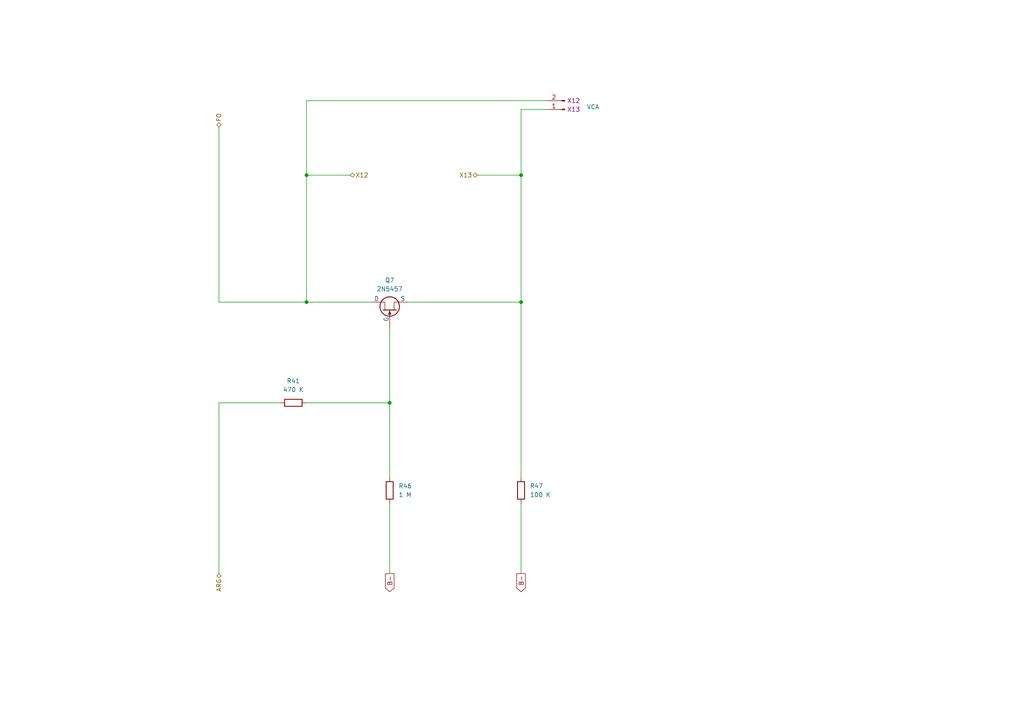
<source format=kicad_sch>
(kicad_sch (version 20231120) (generator "eeschema") (generator_version "8.0")
  (paper "A4")
  (title_block (title "Coltage Contrlled Amplifier") (date "2023-10-29") (rev "0.6.1") (company "Music From Outer Space LLC") (comment 1 "Licence: CC-BY-NC-SA") (comment 2 "Original Design by Ray Wilson") (comment 3 "http://musicfromouterspace.com/analogsynth_new/NOISETOASTER/NOISETOASTER.php") (comment 4 "Created: 2023-06-12"))
  (lib_symbols
    (symbol "Connector:Conn_01x02_Pin" (pin_names (offset 1.016) hide)
      (property "Reference" "J" (at 0 2.54 0))
      (property "Value" "Conn_01x02_Pin" (at 0 -5.08 0))
      (symbol "Conn_01x02_Pin_1_1"
        (polyline (pts (xy 1.27 -2.54) (xy 0.8636 -2.54)) (stroke (width 0.1524)))
        (polyline (pts (xy 1.27 0) (xy 0.8636 0)) (stroke (width 0.1524)))
        (rectangle (start 0.8636 -2.413) (end 0 -2.667) (stroke (width 0.1524)) (fill (type outline)))
        (rectangle (start 0.8636 0.127) (end 0 -0.127) (stroke (width 0.1524)) (fill (type outline)))
        (pin passive line (at 5.08 0 180) (length 3.81) (name "Pin_1") (number "1"))
        (pin passive line (at 5.08 -2.54 180) (length 3.81) (name "Pin_2") (number "2"))
      )
    )
    (symbol "Device:R" (pin_numbers hide) (pin_names (offset 0))
      (property "Reference" "R" (at 2.032 0 90))
      (property "Value" "R" (at 0 0 90))
      (symbol "R_0_1"
        (rectangle (start -1.016 -2.54) (end 1.016 2.54) (stroke (width 0.254)))
      )
      (symbol "R_1_1"
        (pin passive line (at 0 3.81 270) (length 1.27) (name "~") (number "1"))
        (pin passive line (at 0 -3.81 90) (length 1.27) (name "~") (number "2"))
      )
    )
    (symbol "Simulation_SPICE:NJFET" (pin_numbers hide) (pin_names (offset 0))
      (property "Reference" "Q" (at 5.08 1.27 0))
      (property "Value" "NJFET" (at 5.08 -1.27 0))
      (symbol "NJFET_0_1"
        (polyline (pts (xy 0.254 1.905) (xy 0.254 -1.905) (xy 0.254 -1.905)) (stroke (width 0.254)))
        (polyline (pts (xy 2.54 -2.54) (xy 2.54 -1.27) (xy 0.254 -1.27)))
        (polyline (pts (xy 2.54 2.54) (xy 2.54 1.397) (xy 0.254 1.397)))
        (polyline (pts (xy 0 0) (xy -1.016 0.381) (xy -1.016 -0.381) (xy 0 0)) (fill (type outline)))
        (circle (center 1.27 0) (radius 2.8194) (stroke (width 0.254)))
      )
      (symbol "NJFET_1_1"
        (pin passive line (at 2.54 5.08 270) (length 2.54) (name "D") (number "1"))
        (pin input line (at -5.08 0 0) (length 5.334) (name "G") (number "2"))
        (pin passive line (at 2.54 -5.08 90) (length 2.54) (name "S") (number "3"))
      )
    )
  )
  (junction (at 151.13 50.8))
  (junction (at 88.9 50.8))
  (junction (at 151.13 87.63))
  (junction (at 88.9 87.63))
  (junction (at 113.03 116.84))
  (wire (pts (xy 151.13 50.8) (xy 151.13 87.63)))
  (wire (pts (xy 138.43 50.8) (xy 151.13 50.8)))
  (wire (pts (xy 151.13 31.75) (xy 158.75 31.75)))
  (wire (pts (xy 88.9 50.8) (xy 101.6 50.8)))
  (wire (pts (xy 63.5 87.63) (xy 88.9 87.63)))
  (wire (pts (xy 113.03 116.84) (xy 113.03 138.43)))
  (wire (pts (xy 113.03 146.05) (xy 113.03 166.37)))
  (wire (pts (xy 81.28 116.84) (xy 63.5 116.84)))
  (wire (pts (xy 113.03 95.25) (xy 113.03 116.84)))
  (wire (pts (xy 88.9 29.21) (xy 88.9 50.8)))
  (wire (pts (xy 118.11 87.63) (xy 151.13 87.63)))
  (wire (pts (xy 151.13 166.37) (xy 151.13 146.05)))
  (wire (pts (xy 63.5 116.84) (xy 63.5 166.37)))
  (wire (pts (xy 158.75 29.21) (xy 88.9 29.21)))
  (wire (pts (xy 151.13 31.75) (xy 151.13 50.8)))
  (wire (pts (xy 88.9 87.63) (xy 107.95 87.63)))
  (wire (pts (xy 88.9 50.8) (xy 88.9 87.63)))
  (wire (pts (xy 151.13 87.63) (xy 151.13 138.43)))
  (wire (pts (xy 88.9 116.84) (xy 113.03 116.84)))
  (wire (pts (xy 63.5 36.83) (xy 63.5 87.63)))
  (global_label "B-" (shape output) (at 113.03 166.37 270) (property "Intersheetrefs" "${INTERSHEET_REFS}" (effects (hide yes))))
  (global_label "B-" (shape output) (at 151.13 166.37 270) (property "Intersheetrefs" "${INTERSHEET_REFS}" (effects (hide yes))))
  (hierarchical_label "X13" (shape bidirectional) (at 138.43 50.8 180))
  (hierarchical_label "ARG" (shape bidirectional) (at 63.5 166.37 270))
  (hierarchical_label "FO" (shape bidirectional) (at 63.5 36.83 90))
  (hierarchical_label "X12" (shape bidirectional) (at 101.6 50.8 0))
  (symbol (lib_id "Simulation_SPICE:NJFET") (at 113.03 90.17 90) (unit 1)
    (property "Reference" "Q7" (at 113.03 81.28 90))
    (property "Value" "2N5457" (at 113.03 83.82 90))
    (property "Footprint" "Package_TO_SOT_THT:TO-92_Inline" (effects (hide yes)))
    (property "Sim.Device" "NJFET" (effects (hide yes)))
    (property "Sim.Type" "SHICHMANHODGES" (effects (hide yes)))
    (property "Sim.Pins" "1=D 2=G 3=S" (effects (hide yes)))
  )
  (symbol (lib_id "Connector:Conn_01x02_Pin") (at 163.83 31.75 180) (unit 1)
    (property "Reference" "J8" (effects (hide yes)))
    (property "Value" "VCA" (at 170.18 31.75 0) (effects (justify right top)))
    (property "Footprint" "Connector_PinHeader_2.00mm:PinHeader_1x02_P2.00mm_Vertical" (effects (hide yes)))
    (property "X13" "X13" (at 166.37 31.75 0))
    (property "X12" "X12" (at 166.37 29.21 0))
  )
  (symbol (lib_id "Device:R") (at 151.13 142.24 0) (unit 1)
    (property "Reference" "R47" (at 153.67 140.97 0) (effects (justify left)))
    (property "Value" "100 K" (at 153.67 143.51 0) (effects (justify left)))
    (property "Footprint" "Resistor_THT:R_Axial_DIN0207_L6.3mm_D2.5mm_P10.16mm_Horizontal" (effects (hide yes)))
  )
  (symbol (lib_id "Device:R") (at 113.03 142.24 0) (unit 1)
    (property "Reference" "R46" (at 115.57 140.97 0) (effects (justify left)))
    (property "Value" "1 M" (at 115.57 143.51 0) (effects (justify left)))
    (property "Footprint" "Resistor_THT:R_Axial_DIN0207_L6.3mm_D2.5mm_P10.16mm_Horizontal" (effects (hide yes)))
  )
  (symbol (lib_id "Device:R") (at 85.09 116.84 90) (unit 1)
    (property "Reference" "R41" (at 85.09 110.49 90))
    (property "Value" "470 K" (at 85.09 113.03 90))
    (property "Footprint" "Resistor_THT:R_Axial_DIN0207_L6.3mm_D2.5mm_P10.16mm_Horizontal" (effects (hide yes)))
  )
)
</source>
